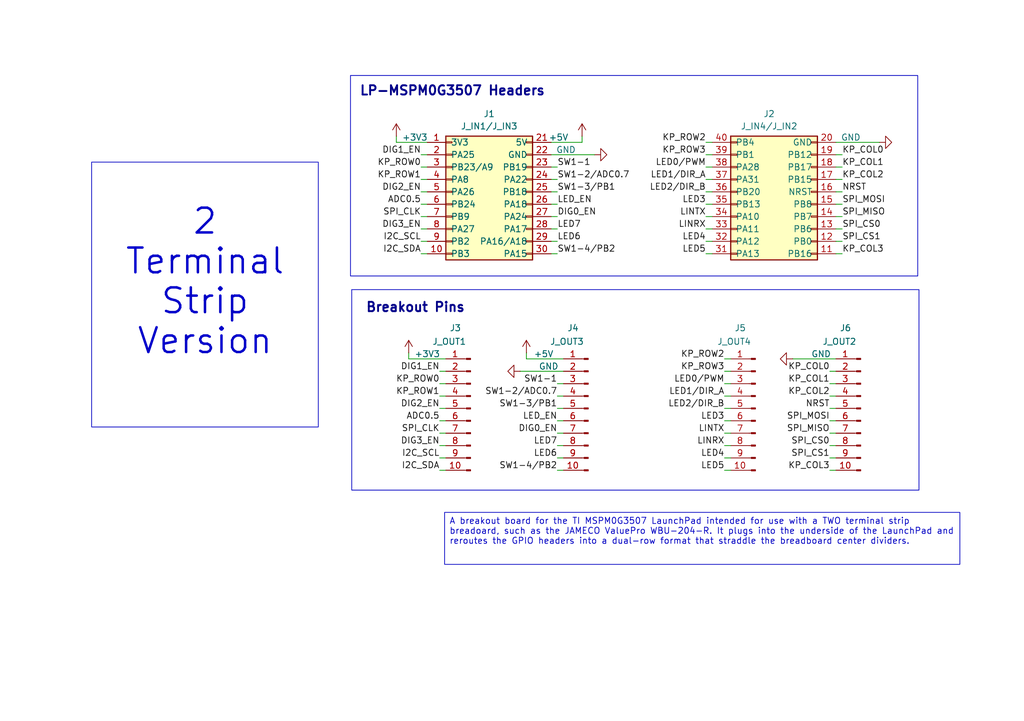
<source format=kicad_sch>
(kicad_sch (version 20250114) (generator "eeschema") (generator_version "9.0")
  (paper "A5")
  (title_block (title "CSC_202_LP_MSPM0G3507_2TERM_BREAKOUT") (company "MCC"))
  (lib_symbols
    (symbol "Conn_02x10_Counter_Clockwise_4" (pin_names (offset 1.016))
      (property "Reference" "J?" (at -2.54 16.002 0))
      (property "Value" "GPIO0" (at -2.54 13.462 0))
      (symbol "Conn_02x10_Counter_Clockwise_4_1_1"
        (rectangle (start -11.43 11.43) (end 6.35 -13.97) (stroke (width 0.254)) (fill (type background)))
        (rectangle (start -11.43 10.287) (end -10.16 10.033) (stroke (width 0.1524)))
        (rectangle (start -11.43 7.747) (end -10.16 7.493) (stroke (width 0.1524)))
        (rectangle (start -11.43 5.207) (end -10.16 4.953) (stroke (width 0.1524)))
        (rectangle (start -11.43 2.667) (end -10.16 2.413) (stroke (width 0.1524)))
        (rectangle (start -11.43 0.127) (end -10.16 -0.127) (stroke (width 0.1524)))
        (rectangle (start -11.43 -2.413) (end -10.16 -2.667) (stroke (width 0.1524)))
        (rectangle (start -11.43 -4.953) (end -10.16 -5.207) (stroke (width 0.1524)))
        (rectangle (start -11.43 -7.493) (end -10.16 -7.747) (stroke (width 0.1524)))
        (rectangle (start -11.43 -10.033) (end -10.16 -10.287) (stroke (width 0.1524)))
        (rectangle (start -11.43 -12.573) (end -10.16 -12.827) (stroke (width 0.1524)))
        (rectangle (start 6.35 10.287) (end 5.08 10.033) (stroke (width 0.1524)))
        (rectangle (start 6.35 7.747) (end 5.08 7.493) (stroke (width 0.1524)))
        (rectangle (start 6.35 5.207) (end 5.08 4.953) (stroke (width 0.1524)))
        (rectangle (start 6.35 2.667) (end 5.08 2.413) (stroke (width 0.1524)))
        (rectangle (start 6.35 0.127) (end 5.08 -0.127) (stroke (width 0.1524)))
        (rectangle (start 6.35 -2.413) (end 5.08 -2.667) (stroke (width 0.1524)))
        (rectangle (start 6.35 -4.953) (end 5.08 -5.207) (stroke (width 0.1524)))
        (rectangle (start 6.35 -7.493) (end 5.08 -7.747) (stroke (width 0.1524)))
        (rectangle (start 6.35 -10.033) (end 5.08 -10.287) (stroke (width 0.1524)))
        (rectangle (start 6.35 -12.573) (end 5.08 -12.827) (stroke (width 0.1524)))
        (pin passive line (at -15.24 10.16 0) (length 3.81) (name "3V3") (number "1"))
        (pin passive line (at -15.24 7.62 0) (length 3.81) (name "PA25") (number "2"))
        (pin passive line (at -15.24 5.08 0) (length 3.81) (name "PB23/A9") (number "3"))
        (pin passive line (at -15.24 2.54 0) (length 3.81) (name "PA8") (number "4"))
        (pin passive line (at -15.24 0 0) (length 3.81) (name "PA26") (number "5"))
        (pin passive line (at -15.24 -2.54 0) (length 3.81) (name "PB24") (number "6"))
        (pin passive line (at -15.24 -5.08 0) (length 3.81) (name "PB9") (number "7"))
        (pin passive line (at -15.24 -7.62 0) (length 3.81) (name "PA27") (number "8"))
        (pin passive line (at -15.24 -10.16 0) (length 3.81) (name "PB2") (number "9"))
        (pin passive line (at -15.24 -12.7 0) (length 3.81) (name "PB3") (number "10"))
        (pin passive line (at 10.16 10.16 180) (length 3.81) (name "5V") (number "21"))
        (pin passive line (at 10.16 7.62 180) (length 3.81) (name "GND") (number "22"))
        (pin passive line (at 10.16 5.08 180) (length 3.81) (name "PB19") (number "23"))
        (pin passive line (at 10.16 2.54 180) (length 3.81) (name "PA22") (number "24"))
        (pin passive line (at 10.16 0 180) (length 3.81) (name "PB18") (number "25"))
        (pin passive line (at 10.16 -2.54 180) (length 3.81) (name "PA18") (number "26"))
        (pin passive line (at 10.16 -5.08 180) (length 3.81) (name "PA24") (number "27"))
        (pin passive line (at 10.16 -7.62 180) (length 3.81) (name "PA17") (number "28"))
        (pin passive line (at 10.16 -10.16 180) (length 3.81) (name "PA16/A18") (number "29"))
        (pin passive line (at 10.16 -12.7 180) (length 3.81) (name "PA15") (number "30"))
      )
    )
    (symbol "Conn_02x10_Counter_Clockwise_5" (pin_names (offset 1.016))
      (symbol "Conn_02x10_Counter_Clockwise_5_1_1"
        (rectangle (start -8.89 11.43) (end 8.89 -13.97) (stroke (width 0.254)) (fill (type background)))
        (rectangle (start -8.89 10.287) (end -7.62 10.033) (stroke (width 0.1524)))
        (rectangle (start -8.89 7.747) (end -7.62 7.493) (stroke (width 0.1524)))
        (rectangle (start -8.89 5.207) (end -7.62 4.953) (stroke (width 0.1524)))
        (rectangle (start -8.89 2.667) (end -7.62 2.413) (stroke (width 0.1524)))
        (rectangle (start -8.89 0.127) (end -7.62 -0.127) (stroke (width 0.1524)))
        (rectangle (start -8.89 -2.413) (end -7.62 -2.667) (stroke (width 0.1524)))
        (rectangle (start -8.89 -4.953) (end -7.62 -5.207) (stroke (width 0.1524)))
        (rectangle (start -8.89 -7.493) (end -7.62 -7.747) (stroke (width 0.1524)))
        (rectangle (start -8.89 -10.033) (end -7.62 -10.287) (stroke (width 0.1524)))
        (rectangle (start -8.89 -12.573) (end -7.62 -12.827) (stroke (width 0.1524)))
        (rectangle (start 8.89 10.287) (end 7.62 10.033) (stroke (width 0.1524)))
        (rectangle (start 8.89 7.747) (end 7.62 7.493) (stroke (width 0.1524)))
        (rectangle (start 8.89 5.207) (end 7.62 4.953) (stroke (width 0.1524)))
        (rectangle (start 8.89 2.667) (end 7.62 2.413) (stroke (width 0.1524)))
        (rectangle (start 8.89 0.127) (end 7.62 -0.127) (stroke (width 0.1524)))
        (rectangle (start 8.89 -2.413) (end 7.62 -2.667) (stroke (width 0.1524)))
        (rectangle (start 8.89 -4.953) (end 7.62 -5.207) (stroke (width 0.1524)))
        (rectangle (start 8.89 -7.493) (end 7.62 -7.747) (stroke (width 0.1524)))
        (rectangle (start 8.89 -10.033) (end 7.62 -10.287) (stroke (width 0.1524)))
        (rectangle (start 8.89 -12.573) (end 7.62 -12.827) (stroke (width 0.1524)))
        (pin passive line (at -12.7 10.16 0) (length 3.81) (name "PB4") (number "40"))
        (pin passive line (at -12.7 7.62 0) (length 3.81) (name "PB1") (number "39"))
        (pin passive line (at -12.7 5.08 0) (length 3.81) (name "PA28") (number "38"))
        (pin passive line (at -12.7 2.54 0) (length 3.81) (name "PA31") (number "37"))
        (pin passive line (at -12.7 0 0) (length 3.81) (name "PB20") (number "36"))
        (pin passive line (at -12.7 -2.54 0) (length 3.81) (name "PB13") (number "35"))
        (pin passive line (at -12.7 -5.08 0) (length 3.81) (name "PA10") (number "34"))
        (pin passive line (at -12.7 -7.62 0) (length 3.81) (name "PA11") (number "33"))
        (pin passive line (at -12.7 -10.16 0) (length 3.81) (name "PA12") (number "32"))
        (pin passive line (at -12.7 -12.7 0) (length 3.81) (name "PA13") (number "31"))
        (pin passive line (at 12.7 10.16 180) (length 3.81) (name "GND") (number "20"))
        (pin passive line (at 12.7 7.62 180) (length 3.81) (name "PB12") (number "19"))
        (pin passive line (at 12.7 5.08 180) (length 3.81) (name "PB17") (number "18"))
        (pin passive line (at 12.7 2.54 180) (length 3.81) (name "PB15") (number "17"))
        (pin passive line (at 12.7 0 180) (length 3.81) (name "NRST") (number "16"))
        (pin passive line (at 12.7 -2.54 180) (length 3.81) (name "PB8") (number "15"))
        (pin passive line (at 12.7 -5.08 180) (length 3.81) (name "PB7") (number "14"))
        (pin passive line (at 12.7 -7.62 180) (length 3.81) (name "PB6") (number "13"))
        (pin passive line (at 12.7 -10.16 180) (length 3.81) (name "PB0") (number "12"))
        (pin passive line (at 12.7 -12.7 180) (length 3.81) (name "PB16") (number "11"))
      )
    )
    (symbol "Connector:Conn_01x10_Pin" (pin_names (offset 1.016) (hide yes))
      (property "Reference" "J" (at 0 12.7 0))
      (property "Value" "Conn_01x10_Pin" (at 0 -15.24 0))
      (symbol "Conn_01x10_Pin_1_1"
        (rectangle (start 0.8636 10.287) (end 0 10.033) (stroke (width 0.1524)) (fill (type outline)))
        (rectangle (start 0.8636 7.747) (end 0 7.493) (stroke (width 0.1524)) (fill (type outline)))
        (rectangle (start 0.8636 5.207) (end 0 4.953) (stroke (width 0.1524)) (fill (type outline)))
        (rectangle (start 0.8636 2.667) (end 0 2.413) (stroke (width 0.1524)) (fill (type outline)))
        (rectangle (start 0.8636 0.127) (end 0 -0.127) (stroke (width 0.1524)) (fill (type outline)))
        (rectangle (start 0.8636 -2.413) (end 0 -2.667) (stroke (width 0.1524)) (fill (type outline)))
        (rectangle (start 0.8636 -4.953) (end 0 -5.207) (stroke (width 0.1524)) (fill (type outline)))
        (rectangle (start 0.8636 -7.493) (end 0 -7.747) (stroke (width 0.1524)) (fill (type outline)))
        (rectangle (start 0.8636 -10.033) (end 0 -10.287) (stroke (width 0.1524)) (fill (type outline)))
        (rectangle (start 0.8636 -12.573) (end 0 -12.827) (stroke (width 0.1524)) (fill (type outline)))
        (polyline (pts (xy 1.27 10.16) (xy 0.8636 10.16)) (stroke (width 0.1524)))
        (polyline (pts (xy 1.27 7.62) (xy 0.8636 7.62)) (stroke (width 0.1524)))
        (polyline (pts (xy 1.27 5.08) (xy 0.8636 5.08)) (stroke (width 0.1524)))
        (polyline (pts (xy 1.27 2.54) (xy 0.8636 2.54)) (stroke (width 0.1524)))
        (polyline (pts (xy 1.27 0) (xy 0.8636 0)) (stroke (width 0.1524)))
        (polyline (pts (xy 1.27 -2.54) (xy 0.8636 -2.54)) (stroke (width 0.1524)))
        (polyline (pts (xy 1.27 -5.08) (xy 0.8636 -5.08)) (stroke (width 0.1524)))
        (polyline (pts (xy 1.27 -7.62) (xy 0.8636 -7.62)) (stroke (width 0.1524)))
        (polyline (pts (xy 1.27 -10.16) (xy 0.8636 -10.16)) (stroke (width 0.1524)))
        (polyline (pts (xy 1.27 -12.7) (xy 0.8636 -12.7)) (stroke (width 0.1524)))
        (pin passive line (at 5.08 10.16 180) (length 3.81) (name "Pin_1") (number "1"))
        (pin passive line (at 5.08 7.62 180) (length 3.81) (name "Pin_2") (number "2"))
        (pin passive line (at 5.08 5.08 180) (length 3.81) (name "Pin_3") (number "3"))
        (pin passive line (at 5.08 2.54 180) (length 3.81) (name "Pin_4") (number "4"))
        (pin passive line (at 5.08 0 180) (length 3.81) (name "Pin_5") (number "5"))
        (pin passive line (at 5.08 -2.54 180) (length 3.81) (name "Pin_6") (number "6"))
        (pin passive line (at 5.08 -5.08 180) (length 3.81) (name "Pin_7") (number "7"))
        (pin passive line (at 5.08 -7.62 180) (length 3.81) (name "Pin_8") (number "8"))
        (pin passive line (at 5.08 -10.16 180) (length 3.81) (name "Pin_9") (number "9"))
        (pin passive line (at 5.08 -12.7 180) (length 3.81) (name "Pin_10") (number "10"))
      )
    )
    (symbol "power:+3V3" (power) (pin_numbers (hide yes)) (pin_names (offset 0) (hide yes))
      (property "Value" "+3V3" (at 0 3.556 0))
      (symbol "+3V3_0_1"
        (polyline (pts (xy -0.762 1.27) (xy 0 2.54)))
        (polyline (pts (xy 0 2.54) (xy 0.762 1.27)))
        (polyline (pts (xy 0 0) (xy 0 2.54)))
      )
      (symbol "+3V3_1_1"
        (pin power_in line (at 0 0 90) (length 0) (name "~") (number "1"))
      )
    )
    (symbol "power:+5V" (power) (pin_numbers (hide yes)) (pin_names (offset 0) (hide yes))
      (property "Value" "+5V" (at 0 3.556 0))
      (symbol "+5V_0_1"
        (polyline (pts (xy -0.762 1.27) (xy 0 2.54)))
        (polyline (pts (xy 0 2.54) (xy 0.762 1.27)))
        (polyline (pts (xy 0 0) (xy 0 2.54)))
      )
      (symbol "+5V_1_1"
        (pin power_in line (at 0 0 90) (length 0) (name "~") (number "1"))
      )
    )
    (symbol "power:GND" (power) (pin_numbers (hide yes)) (pin_names (offset 0) (hide yes))
      (property "Value" "GND" (at 0 -3.81 0))
      (symbol "GND_0_1"
        (polyline (pts (xy 0 0) (xy 0 -1.27) (xy 1.27 -1.27) (xy 0 -2.54) (xy -1.27 -1.27) (xy 0 -1.27)))
      )
      (symbol "GND_1_1"
        (pin power_in line (at 0 0 270) (length 0) (name "~") (number "1"))
      )
    )
  )
  (rectangle (start 72.136 59.436) (end 188.468 100.584))
  (rectangle (start 71.882 15.494) (end 188.214 56.642))
  (text_box "\n2\nTerminal\nStrip\nVersion\n" (at 18.796 33.274 0) (size 46.482 54.356) (margins 0.9525 0.9525 0.9525 0.9525) (effects (font (size 5.08 5.08) (thickness 0.508) (bold yes)) (justify top)))
  (text_box "A breakout board for the TI MSPM0G3507 LaunchPad intended for use with a TWO terminal strip breadoard, such as the JAMECO ValuePro WBU-204-R. It plugs into the underside of the LaunchPad and reroutes the GPIO headers into a dual-row format that straddle the breadboard center dividers." (at 91.186 105.156 0) (size 105.664 10.668) (margins 0.9525 0.9525 0.9525 0.9525) (effects (font (size 1.27 1.27)) (justify left top)))
  (wire (pts (xy 114.3 39.37) (xy 113.03 39.37)))
  (wire (pts (xy 144.78 49.53) (xy 146.05 49.53)))
  (wire (pts (xy 114.3 91.44) (xy 115.57 91.44)))
  (wire (pts (xy 86.36 41.91) (xy 87.63 41.91)))
  (wire (pts (xy 107.95 72.39) (xy 107.95 73.66)))
  (wire (pts (xy 90.17 93.98) (xy 91.44 93.98)))
  (wire (pts (xy 172.72 46.99) (xy 171.45 46.99)))
  (wire (pts (xy 172.72 41.91) (xy 171.45 41.91)))
  (wire (pts (xy 114.3 93.98) (xy 115.57 93.98)))
  (wire (pts (xy 114.3 78.74) (xy 115.57 78.74)))
  (wire (pts (xy 114.3 41.91) (xy 113.03 41.91)))
  (wire (pts (xy 172.72 34.29) (xy 171.45 34.29)))
  (wire (pts (xy 114.3 86.36) (xy 115.57 86.36)))
  (wire (pts (xy 113.03 31.75) (xy 121.92 31.75)))
  (wire (pts (xy 148.59 78.74) (xy 149.86 78.74)))
  (wire (pts (xy 114.3 44.45) (xy 113.03 44.45)))
  (wire (pts (xy 86.36 52.07) (xy 87.63 52.07)))
  (wire (pts (xy 86.36 46.99) (xy 87.63 46.99)))
  (wire (pts (xy 148.59 96.52) (xy 149.86 96.52)))
  (wire (pts (xy 172.72 36.83) (xy 171.45 36.83)))
  (wire (pts (xy 144.78 31.75) (xy 146.05 31.75)))
  (wire (pts (xy 148.59 88.9) (xy 149.86 88.9)))
  (wire (pts (xy 170.18 83.82) (xy 171.45 83.82)))
  (wire (pts (xy 172.72 44.45) (xy 171.45 44.45)))
  (wire (pts (xy 144.78 44.45) (xy 146.05 44.45)))
  (wire (pts (xy 170.18 81.28) (xy 171.45 81.28)))
  (wire (pts (xy 172.72 52.07) (xy 171.45 52.07)))
  (wire (pts (xy 114.3 34.29) (xy 113.03 34.29)))
  (wire (pts (xy 90.17 86.36) (xy 91.44 86.36)))
  (wire (pts (xy 148.59 83.82) (xy 149.86 83.82)))
  (wire (pts (xy 90.17 96.52) (xy 91.44 96.52)))
  (wire (pts (xy 90.17 76.2) (xy 91.44 76.2)))
  (wire (pts (xy 90.17 91.44) (xy 91.44 91.44)))
  (wire (pts (xy 114.3 36.83) (xy 113.03 36.83)))
  (wire (pts (xy 170.18 91.44) (xy 171.45 91.44)))
  (wire (pts (xy 148.59 91.44) (xy 149.86 91.44)))
  (wire (pts (xy 144.78 29.21) (xy 146.05 29.21)))
  (wire (pts (xy 144.78 36.83) (xy 146.05 36.83)))
  (wire (pts (xy 86.36 31.75) (xy 87.63 31.75)))
  (wire (pts (xy 114.3 83.82) (xy 115.57 83.82)))
  (wire (pts (xy 144.78 52.07) (xy 146.05 52.07)))
  (wire (pts (xy 86.36 49.53) (xy 87.63 49.53)))
  (wire (pts (xy 90.17 78.74) (xy 91.44 78.74)))
  (wire (pts (xy 86.36 44.45) (xy 87.63 44.45)))
  (wire (pts (xy 170.18 76.2) (xy 171.45 76.2)))
  (wire (pts (xy 144.78 39.37) (xy 146.05 39.37)))
  (wire (pts (xy 114.3 46.99) (xy 113.03 46.99)))
  (wire (pts (xy 107.95 73.66) (xy 115.57 73.66)))
  (wire (pts (xy 119.38 27.94) (xy 119.38 29.21)))
  (wire (pts (xy 114.3 49.53) (xy 113.03 49.53)))
  (wire (pts (xy 148.59 81.28) (xy 149.86 81.28)))
  (wire (pts (xy 106.68 76.2) (xy 115.57 76.2)))
  (wire (pts (xy 162.56 73.66) (xy 171.45 73.66)))
  (wire (pts (xy 114.3 81.28) (xy 115.57 81.28)))
  (wire (pts (xy 86.36 36.83) (xy 87.63 36.83)))
  (wire (pts (xy 170.18 96.52) (xy 171.45 96.52)))
  (wire (pts (xy 172.72 39.37) (xy 171.45 39.37)))
  (wire (pts (xy 170.18 93.98) (xy 171.45 93.98)))
  (wire (pts (xy 90.17 88.9) (xy 91.44 88.9)))
  (wire (pts (xy 144.78 41.91) (xy 146.05 41.91)))
  (wire (pts (xy 113.03 29.21) (xy 119.38 29.21)))
  (wire (pts (xy 171.45 29.21) (xy 180.34 29.21)))
  (wire (pts (xy 170.18 78.74) (xy 171.45 78.74)))
  (wire (pts (xy 90.17 83.82) (xy 91.44 83.82)))
  (wire (pts (xy 144.78 46.99) (xy 146.05 46.99)))
  (wire (pts (xy 114.3 96.52) (xy 115.57 96.52)))
  (wire (pts (xy 114.3 52.07) (xy 113.03 52.07)))
  (wire (pts (xy 81.28 29.21) (xy 87.63 29.21)))
  (wire (pts (xy 114.3 88.9) (xy 115.57 88.9)))
  (wire (pts (xy 86.36 39.37) (xy 87.63 39.37)))
  (wire (pts (xy 86.36 34.29) (xy 87.63 34.29)))
  (wire (pts (xy 83.82 73.66) (xy 91.44 73.66)))
  (wire (pts (xy 81.28 27.94) (xy 81.28 29.21)))
  (wire (pts (xy 148.59 76.2) (xy 149.86 76.2)))
  (wire (pts (xy 144.78 34.29) (xy 146.05 34.29)))
  (wire (pts (xy 148.59 73.66) (xy 149.86 73.66)))
  (wire (pts (xy 148.59 86.36) (xy 149.86 86.36)))
  (wire (pts (xy 148.59 93.98) (xy 149.86 93.98)))
  (wire (pts (xy 172.72 49.53) (xy 171.45 49.53)))
  (wire (pts (xy 83.82 72.39) (xy 83.82 73.66)))
  (wire (pts (xy 170.18 88.9) (xy 171.45 88.9)))
  (wire (pts (xy 172.72 31.75) (xy 171.45 31.75)))
  (wire (pts (xy 170.18 86.36) (xy 171.45 86.36)))
  (wire (pts (xy 90.17 81.28) (xy 91.44 81.28)))
  (label "LED7" (at 114.3 91.44 180))
  (label "SW1-1" (at 114.3 78.74 180))
  (label "KP_ROW1" (at 90.17 81.28 180))
  (label "LINTX" (at 144.78 44.45 180))
  (label "LINRX" (at 144.78 46.99 180))
  (label "LED7" (at 114.3 46.99 0))
  (label "ADC0.5" (at 86.36 41.91 180))
  (label "KP_COL1" (at 172.72 34.29 0))
  (label "LINTX" (at 148.59 88.9 180))
  (label "KP_COL3" (at 170.18 96.52 180))
  (label "DIG3_EN" (at 90.17 91.44 180))
  (label "SW1-4{slash}PB2" (at 114.3 96.52 180))
  (label "SW1-3{slash}PB1" (at 114.3 39.37 0))
  (label "KP_COL1" (at 170.18 78.74 180))
  (label "LED2/DIR_B" (at 148.59 83.82 180))
  (label "LINRX" (at 148.59 91.44 180))
  (label "NRST" (at 170.18 83.82 180))
  (label "LED0/PWM" (at 148.59 78.74 180))
  (label "LED4" (at 144.78 49.53 180))
  (label "LED1/DIR_A" (at 148.59 81.28 180))
  (label "I2C_SCL" (at 90.17 93.98 180))
  (label "I2C_SDA" (at 90.17 96.52 180))
  (label "LED5" (at 148.59 96.52 180))
  (label "SW1-1" (at 114.3 34.29 0))
  (label "LED4" (at 148.59 93.98 180))
  (label "KP_COL0" (at 170.18 76.2 180))
  (label "SPI_CS0" (at 172.72 46.99 0))
  (label "LED1/DIR_A" (at 144.78 36.83 180))
  (label "SPI_MISO" (at 170.18 88.9 180))
  (label "DIG1_EN" (at 90.17 76.2 180))
  (label "LED5" (at 144.78 52.07 180))
  (label "KP_COL2" (at 172.72 36.83 0))
  (label "NRST" (at 172.72 39.37 0))
  (label "KP_ROW3" (at 144.78 31.75 180))
  (label "LED6" (at 114.3 93.98 180))
  (label "SW1-3{slash}PB1" (at 114.3 83.82 180))
  (label "SPI_MOSI" (at 170.18 86.36 180))
  (label "DIG3_EN" (at 86.36 46.99 180))
  (label "SPI_CLK" (at 90.17 88.9 180))
  (label "KP_COL0" (at 172.72 31.75 0))
  (label "KP_ROW0" (at 86.36 34.29 180))
  (label "SPI_CLK" (at 86.36 44.45 180))
  (label "DIG1_EN" (at 86.36 31.75 180))
  (label "SPI_CS1" (at 172.72 49.53 0))
  (label "LED0/PWM" (at 144.78 34.29 180))
  (label "SPI_MISO" (at 172.72 44.45 0))
  (label "DIG2_EN" (at 86.36 39.37 180))
  (label "KP_ROW2" (at 148.59 73.66 180))
  (label "KP_ROW2" (at 144.78 29.21 180))
  (label "LED3" (at 148.59 86.36 180))
  (label "LED2/DIR_B" (at 144.78 39.37 180))
  (label "KP_ROW1" (at 86.36 36.83 180))
  (label "LED_EN" (at 114.3 41.91 0))
  (label "SPI_CS0" (at 170.18 91.44 180))
  (label "LED3" (at 144.78 41.91 180))
  (label "DIG0_EN" (at 114.3 44.45 0))
  (label "SPI_MOSI" (at 172.72 41.91 0))
  (label "I2C_SDA" (at 86.36 52.07 180))
  (label "KP_ROW3" (at 148.59 76.2 180))
  (label "LED_EN" (at 114.3 86.36 180))
  (label "KP_COL3" (at 172.72 52.07 0))
  (label "SPI_CS1" (at 170.18 93.98 180))
  (label "ADC0.5" (at 90.17 86.36 180))
  (label "SW1-2{slash}ADC0.7" (at 114.3 36.83 0))
  (label "KP_COL2" (at 170.18 81.28 180))
  (label "I2C_SCL" (at 86.36 49.53 180))
  (label "LED6" (at 114.3 49.53 0))
  (label "LP-MSPM0G3507 Headers" (at 73.66 20.32 0) (effects (font (size 1.905 1.905) (thickness 0.381) (bold yes))))
  (label "KP_ROW0" (at 90.17 78.74 180))
  (label "SW1-2{slash}ADC0.7" (at 114.3 81.28 180))
  (label "DIG0_EN" (at 114.3 88.9 180))
  (label "Breakout Pins" (at 74.93 64.77 0) (effects (font (size 1.905 1.905) (thickness 0.381) (bold yes))))
  (label "SW1-4{slash}PB2" (at 114.3 52.07 0))
  (label "DIG2_EN" (at 90.17 83.82 180))
  (symbol (lib_id "Connector:Conn_01x10_Pin") (at 154.94 83.82 0) (mirror y) (unit 1)
    (property "Reference" "J5" (at 150.622 67.31 0) (effects (justify right)))
    (property "Value" "J_OUT4" (at 147.066 70.104 0) (effects (justify right)))
    (property "Footprint" "Connector_PinHeader_2.54mm:PinHeader_1x10_P2.54mm_Vertical" (effects (hide yes)))
    (property "Description" "Generic connector, single row, 01x10, script generated" (effects (hide yes)))
  )
  (symbol (lib_id "power:GND") (at 180.34 29.21 90) (unit 1)
    (property "Reference" "#PWR03" (effects (hide yes)))
    (property "Value" "GND" (at 174.498 28.194 90))
    (property "Description" "Power symbol creates a global label with name \"GND\" , ground" (effects (hide yes)))
  )
  (symbol (lib_id "power:GND") (at 162.56 73.66 270) (mirror x) (unit 1)
    (property "Reference" "#PWR07" (effects (hide yes)))
    (property "Value" "GND" (at 168.402 72.644 90))
    (property "Description" "Power symbol creates a global label with name \"GND\" , ground" (effects (hide yes)))
  )
  (symbol (lib_name "Conn_02x10_Counter_Clockwise_4") (lib_id "Connector_Generic:Conn_02x10_Counter_Clockwise") (at 102.87 39.37 0) (unit 1)
    (property "Reference" "J1" (at 100.33 23.368 0))
    (property "Value" "J_IN1/J_IN3" (at 100.33 25.908 0))
    (property "Footprint" "01-Shared_Project_Footprints:PinHeader_2x10_P2.54mm_Vertical_J1-J3" (effects (hide yes)))
    (property "Description" "Generic connector, double row, 02x10, counter clockwise pin numbering scheme (similar to DIP package numbering), script generated (kicad-library-utils/schlib/autogen/connector/)" (effects (hide yes)))
  )
  (symbol (lib_id "power:GND") (at 121.92 31.75 90) (unit 1)
    (property "Reference" "#PWR04" (effects (hide yes)))
    (property "Value" "GND" (at 116.078 30.734 90))
    (property "Description" "Power symbol creates a global label with name \"GND\" , ground" (effects (hide yes)))
  )
  (symbol (lib_id "power:+5V") (at 107.95 72.39 0) (mirror y) (unit 1)
    (property "Reference" "#PWR06" (effects (hide yes)))
    (property "Value" "+5V" (at 111.506 72.644 0))
    (property "Description" "Power symbol creates a global label with name \"+5V\"" (effects (hide yes)))
  )
  (symbol (lib_id "power:+5V") (at 119.38 27.94 0) (unit 1)
    (property "Reference" "#PWR02" (effects (hide yes)))
    (property "Value" "+5V" (at 114.554 28.194 0))
    (property "Description" "Power symbol creates a global label with name \"+5V\"" (effects (hide yes)))
  )
  (symbol (lib_name "Conn_02x10_Counter_Clockwise_5") (lib_id "Connector_Generic:Conn_02x10_Counter_Clockwise") (at 158.75 39.37 0) (unit 1)
    (property "Reference" "J2" (at 157.734 23.368 0))
    (property "Value" "J_IN4/J_IN2" (at 157.734 25.908 0))
    (property "Footprint" "01-Shared_Project_Footprints:PinHeader_2x10_P2.54mm_Vertical_J2-J4" (effects (hide yes)))
    (property "Description" "Generic connector, double row, 02x10, counter clockwise pin numbering scheme (similar to DIP package numbering), script generated (kicad-library-utils/schlib/autogen/connector/)" (effects (hide yes)))
  )
  (symbol (lib_id "power:+3V3") (at 83.82 72.39 0) (unit 1)
    (property "Reference" "#PWR05" (effects (hide yes)))
    (property "Value" "+3V3" (at 87.63 72.644 0))
    (property "Description" "Power symbol creates a global label with name \"+3V3\"" (effects (hide yes)))
  )
  (symbol (lib_id "Connector:Conn_01x10_Pin") (at 176.53 83.82 0) (mirror y) (unit 1)
    (property "Reference" "J6" (at 172.212 67.31 0) (effects (justify right)))
    (property "Value" "J_OUT2" (at 168.656 70.104 0) (effects (justify right)))
    (property "Footprint" "Connector_PinHeader_2.54mm:PinHeader_1x10_P2.54mm_Vertical" (effects (hide yes)))
    (property "Description" "Generic connector, single row, 01x10, script generated" (effects (hide yes)))
  )
  (symbol (lib_id "Connector:Conn_01x10_Pin") (at 120.65 83.82 0) (mirror y) (unit 1)
    (property "Reference" "J4" (at 116.332 67.31 0) (effects (justify right)))
    (property "Value" "J_OUT3" (at 112.776 70.104 0) (effects (justify right)))
    (property "Footprint" "Connector_PinHeader_2.54mm:PinHeader_1x10_P2.54mm_Vertical" (effects (hide yes)))
    (property "Description" "Generic connector, single row, 01x10, script generated" (effects (hide yes)))
  )
  (symbol (lib_id "power:+3V3") (at 81.28 27.94 0) (unit 1)
    (property "Reference" "#PWR01" (effects (hide yes)))
    (property "Value" "+3V3" (at 85.09 28.194 0))
    (property "Description" "Power symbol creates a global label with name \"+3V3\"" (effects (hide yes)))
  )
  (symbol (lib_id "power:GND") (at 106.68 76.2 270) (mirror x) (unit 1)
    (property "Reference" "#PWR09" (effects (hide yes)))
    (property "Value" "GND" (at 112.522 75.184 90))
    (property "Description" "Power symbol creates a global label with name \"GND\" , ground" (effects (hide yes)))
  )
  (symbol (lib_id "Connector:Conn_01x10_Pin") (at 96.52 83.82 0) (mirror y) (unit 1)
    (property "Reference" "J3" (at 92.202 67.31 0) (effects (justify right)))
    (property "Value" "J_OUT1" (at 88.646 70.104 0) (effects (justify right)))
    (property "Footprint" "Connector_PinHeader_2.54mm:PinHeader_1x10_P2.54mm_Vertical" (effects (hide yes)))
    (property "Description" "Generic connector, single row, 01x10, script generated" (effects (hide yes)))
  )
)
</source>
